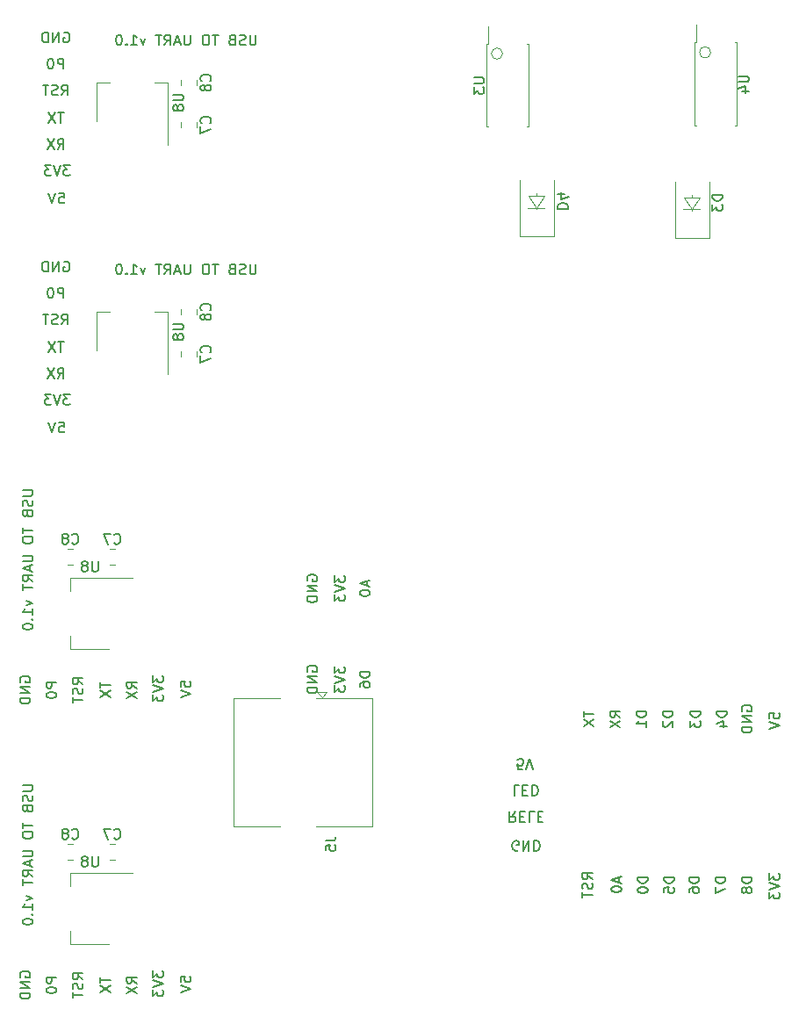
<source format=gbr>
%TF.GenerationSoftware,KiCad,Pcbnew,(5.1.7)-1*%
%TF.CreationDate,2021-02-24T10:57:43+01:00*%
%TF.ProjectId,Temperature-controller-with-ESP8266,54656d70-6572-4617-9475-72652d636f6e,rev?*%
%TF.SameCoordinates,Original*%
%TF.FileFunction,Legend,Bot*%
%TF.FilePolarity,Positive*%
%FSLAX46Y46*%
G04 Gerber Fmt 4.6, Leading zero omitted, Abs format (unit mm)*
G04 Created by KiCad (PCBNEW (5.1.7)-1) date 2021-02-24 10:57:43*
%MOMM*%
%LPD*%
G01*
G04 APERTURE LIST*
%ADD10C,0.150000*%
%ADD11C,0.120000*%
G04 APERTURE END LIST*
D10*
X95718380Y-116094714D02*
X96527904Y-116094714D01*
X96623142Y-116142333D01*
X96670761Y-116189952D01*
X96718380Y-116285190D01*
X96718380Y-116475666D01*
X96670761Y-116570904D01*
X96623142Y-116618523D01*
X96527904Y-116666142D01*
X95718380Y-116666142D01*
X96670761Y-117094714D02*
X96718380Y-117237571D01*
X96718380Y-117475666D01*
X96670761Y-117570904D01*
X96623142Y-117618523D01*
X96527904Y-117666142D01*
X96432666Y-117666142D01*
X96337428Y-117618523D01*
X96289809Y-117570904D01*
X96242190Y-117475666D01*
X96194571Y-117285190D01*
X96146952Y-117189952D01*
X96099333Y-117142333D01*
X96004095Y-117094714D01*
X95908857Y-117094714D01*
X95813619Y-117142333D01*
X95766000Y-117189952D01*
X95718380Y-117285190D01*
X95718380Y-117523285D01*
X95766000Y-117666142D01*
X96194571Y-118428047D02*
X96242190Y-118570904D01*
X96289809Y-118618523D01*
X96385047Y-118666142D01*
X96527904Y-118666142D01*
X96623142Y-118618523D01*
X96670761Y-118570904D01*
X96718380Y-118475666D01*
X96718380Y-118094714D01*
X95718380Y-118094714D01*
X95718380Y-118428047D01*
X95766000Y-118523285D01*
X95813619Y-118570904D01*
X95908857Y-118618523D01*
X96004095Y-118618523D01*
X96099333Y-118570904D01*
X96146952Y-118523285D01*
X96194571Y-118428047D01*
X96194571Y-118094714D01*
X95718380Y-119713761D02*
X95718380Y-120285190D01*
X96718380Y-119999476D02*
X95718380Y-119999476D01*
X95718380Y-120809000D02*
X95718380Y-120999476D01*
X95766000Y-121094714D01*
X95861238Y-121189952D01*
X96051714Y-121237571D01*
X96385047Y-121237571D01*
X96575523Y-121189952D01*
X96670761Y-121094714D01*
X96718380Y-120999476D01*
X96718380Y-120809000D01*
X96670761Y-120713761D01*
X96575523Y-120618523D01*
X96385047Y-120570904D01*
X96051714Y-120570904D01*
X95861238Y-120618523D01*
X95766000Y-120713761D01*
X95718380Y-120809000D01*
X95718380Y-122428047D02*
X96527904Y-122428047D01*
X96623142Y-122475666D01*
X96670761Y-122523285D01*
X96718380Y-122618523D01*
X96718380Y-122809000D01*
X96670761Y-122904238D01*
X96623142Y-122951857D01*
X96527904Y-122999476D01*
X95718380Y-122999476D01*
X96432666Y-123428047D02*
X96432666Y-123904238D01*
X96718380Y-123332809D02*
X95718380Y-123666142D01*
X96718380Y-123999476D01*
X96718380Y-124904238D02*
X96242190Y-124570904D01*
X96718380Y-124332809D02*
X95718380Y-124332809D01*
X95718380Y-124713761D01*
X95766000Y-124809000D01*
X95813619Y-124856619D01*
X95908857Y-124904238D01*
X96051714Y-124904238D01*
X96146952Y-124856619D01*
X96194571Y-124809000D01*
X96242190Y-124713761D01*
X96242190Y-124332809D01*
X95718380Y-125189952D02*
X95718380Y-125761380D01*
X96718380Y-125475666D02*
X95718380Y-125475666D01*
X96051714Y-126761380D02*
X96718380Y-126999476D01*
X96051714Y-127237571D01*
X96718380Y-128142333D02*
X96718380Y-127570904D01*
X96718380Y-127856619D02*
X95718380Y-127856619D01*
X95861238Y-127761380D01*
X95956476Y-127666142D01*
X96004095Y-127570904D01*
X96623142Y-128570904D02*
X96670761Y-128618523D01*
X96718380Y-128570904D01*
X96670761Y-128523285D01*
X96623142Y-128570904D01*
X96718380Y-128570904D01*
X95718380Y-129237571D02*
X95718380Y-129332809D01*
X95766000Y-129428047D01*
X95813619Y-129475666D01*
X95908857Y-129523285D01*
X96099333Y-129570904D01*
X96337428Y-129570904D01*
X96527904Y-129523285D01*
X96623142Y-129475666D01*
X96670761Y-129428047D01*
X96718380Y-129332809D01*
X96718380Y-129237571D01*
X96670761Y-129142333D01*
X96623142Y-129094714D01*
X96527904Y-129047095D01*
X96337428Y-128999476D01*
X96099333Y-128999476D01*
X95908857Y-129047095D01*
X95813619Y-129094714D01*
X95766000Y-129142333D01*
X95718380Y-129237571D01*
X99004380Y-134643904D02*
X98004380Y-134643904D01*
X98004380Y-135024857D01*
X98052000Y-135120095D01*
X98099619Y-135167714D01*
X98194857Y-135215333D01*
X98337714Y-135215333D01*
X98432952Y-135167714D01*
X98480571Y-135120095D01*
X98528190Y-135024857D01*
X98528190Y-134643904D01*
X98004380Y-135834380D02*
X98004380Y-135929619D01*
X98052000Y-136024857D01*
X98099619Y-136072476D01*
X98194857Y-136120095D01*
X98385333Y-136167714D01*
X98623428Y-136167714D01*
X98813904Y-136120095D01*
X98909142Y-136072476D01*
X98956761Y-136024857D01*
X99004380Y-135929619D01*
X99004380Y-135834380D01*
X98956761Y-135739142D01*
X98909142Y-135691523D01*
X98813904Y-135643904D01*
X98623428Y-135596285D01*
X98385333Y-135596285D01*
X98194857Y-135643904D01*
X98099619Y-135691523D01*
X98052000Y-135739142D01*
X98004380Y-135834380D01*
X103211380Y-134620095D02*
X103211380Y-135191523D01*
X104211380Y-134905809D02*
X103211380Y-134905809D01*
X103211380Y-135429619D02*
X104211380Y-136096285D01*
X103211380Y-136096285D02*
X104211380Y-135429619D01*
X106751380Y-135215333D02*
X106275190Y-134882000D01*
X106751380Y-134643904D02*
X105751380Y-134643904D01*
X105751380Y-135024857D01*
X105799000Y-135120095D01*
X105846619Y-135167714D01*
X105941857Y-135215333D01*
X106084714Y-135215333D01*
X106179952Y-135167714D01*
X106227571Y-135120095D01*
X106275190Y-135024857D01*
X106275190Y-134643904D01*
X105751380Y-135548666D02*
X106751380Y-136215333D01*
X105751380Y-136215333D02*
X106751380Y-135548666D01*
X110958380Y-135064523D02*
X110958380Y-134588333D01*
X111434571Y-134540714D01*
X111386952Y-134588333D01*
X111339333Y-134683571D01*
X111339333Y-134921666D01*
X111386952Y-135016904D01*
X111434571Y-135064523D01*
X111529809Y-135112142D01*
X111767904Y-135112142D01*
X111863142Y-135064523D01*
X111910761Y-135016904D01*
X111958380Y-134921666D01*
X111958380Y-134683571D01*
X111910761Y-134588333D01*
X111863142Y-134540714D01*
X110958380Y-135397857D02*
X111958380Y-135731190D01*
X110958380Y-136064523D01*
X101544380Y-134834380D02*
X101068190Y-134501047D01*
X101544380Y-134262952D02*
X100544380Y-134262952D01*
X100544380Y-134643904D01*
X100592000Y-134739142D01*
X100639619Y-134786761D01*
X100734857Y-134834380D01*
X100877714Y-134834380D01*
X100972952Y-134786761D01*
X101020571Y-134739142D01*
X101068190Y-134643904D01*
X101068190Y-134262952D01*
X101496761Y-135215333D02*
X101544380Y-135358190D01*
X101544380Y-135596285D01*
X101496761Y-135691523D01*
X101449142Y-135739142D01*
X101353904Y-135786761D01*
X101258666Y-135786761D01*
X101163428Y-135739142D01*
X101115809Y-135691523D01*
X101068190Y-135596285D01*
X101020571Y-135405809D01*
X100972952Y-135310571D01*
X100925333Y-135262952D01*
X100830095Y-135215333D01*
X100734857Y-135215333D01*
X100639619Y-135262952D01*
X100592000Y-135310571D01*
X100544380Y-135405809D01*
X100544380Y-135643904D01*
X100592000Y-135786761D01*
X100544380Y-136072476D02*
X100544380Y-136643904D01*
X101544380Y-136358190D02*
X100544380Y-136358190D01*
X95512000Y-134620095D02*
X95464380Y-134524857D01*
X95464380Y-134382000D01*
X95512000Y-134239142D01*
X95607238Y-134143904D01*
X95702476Y-134096285D01*
X95892952Y-134048666D01*
X96035809Y-134048666D01*
X96226285Y-134096285D01*
X96321523Y-134143904D01*
X96416761Y-134239142D01*
X96464380Y-134382000D01*
X96464380Y-134477238D01*
X96416761Y-134620095D01*
X96369142Y-134667714D01*
X96035809Y-134667714D01*
X96035809Y-134477238D01*
X96464380Y-135096285D02*
X95464380Y-135096285D01*
X96464380Y-135667714D01*
X95464380Y-135667714D01*
X96464380Y-136143904D02*
X95464380Y-136143904D01*
X95464380Y-136382000D01*
X95512000Y-136524857D01*
X95607238Y-136620095D01*
X95702476Y-136667714D01*
X95892952Y-136715333D01*
X96035809Y-136715333D01*
X96226285Y-136667714D01*
X96321523Y-136620095D01*
X96416761Y-136524857D01*
X96464380Y-136382000D01*
X96464380Y-136143904D01*
X108291380Y-134016904D02*
X108291380Y-134635952D01*
X108672333Y-134302619D01*
X108672333Y-134445476D01*
X108719952Y-134540714D01*
X108767571Y-134588333D01*
X108862809Y-134635952D01*
X109100904Y-134635952D01*
X109196142Y-134588333D01*
X109243761Y-134540714D01*
X109291380Y-134445476D01*
X109291380Y-134159761D01*
X109243761Y-134064523D01*
X109196142Y-134016904D01*
X108291380Y-134921666D02*
X109291380Y-135255000D01*
X108291380Y-135588333D01*
X108291380Y-135826428D02*
X108291380Y-136445476D01*
X108672333Y-136112142D01*
X108672333Y-136255000D01*
X108719952Y-136350238D01*
X108767571Y-136397857D01*
X108862809Y-136445476D01*
X109100904Y-136445476D01*
X109196142Y-136397857D01*
X109243761Y-136350238D01*
X109291380Y-136255000D01*
X109291380Y-135969285D01*
X109243761Y-135874047D01*
X109196142Y-135826428D01*
X95718380Y-87646714D02*
X96527904Y-87646714D01*
X96623142Y-87694333D01*
X96670761Y-87741952D01*
X96718380Y-87837190D01*
X96718380Y-88027666D01*
X96670761Y-88122904D01*
X96623142Y-88170523D01*
X96527904Y-88218142D01*
X95718380Y-88218142D01*
X96670761Y-88646714D02*
X96718380Y-88789571D01*
X96718380Y-89027666D01*
X96670761Y-89122904D01*
X96623142Y-89170523D01*
X96527904Y-89218142D01*
X96432666Y-89218142D01*
X96337428Y-89170523D01*
X96289809Y-89122904D01*
X96242190Y-89027666D01*
X96194571Y-88837190D01*
X96146952Y-88741952D01*
X96099333Y-88694333D01*
X96004095Y-88646714D01*
X95908857Y-88646714D01*
X95813619Y-88694333D01*
X95766000Y-88741952D01*
X95718380Y-88837190D01*
X95718380Y-89075285D01*
X95766000Y-89218142D01*
X96194571Y-89980047D02*
X96242190Y-90122904D01*
X96289809Y-90170523D01*
X96385047Y-90218142D01*
X96527904Y-90218142D01*
X96623142Y-90170523D01*
X96670761Y-90122904D01*
X96718380Y-90027666D01*
X96718380Y-89646714D01*
X95718380Y-89646714D01*
X95718380Y-89980047D01*
X95766000Y-90075285D01*
X95813619Y-90122904D01*
X95908857Y-90170523D01*
X96004095Y-90170523D01*
X96099333Y-90122904D01*
X96146952Y-90075285D01*
X96194571Y-89980047D01*
X96194571Y-89646714D01*
X95718380Y-91265761D02*
X95718380Y-91837190D01*
X96718380Y-91551476D02*
X95718380Y-91551476D01*
X95718380Y-92361000D02*
X95718380Y-92551476D01*
X95766000Y-92646714D01*
X95861238Y-92741952D01*
X96051714Y-92789571D01*
X96385047Y-92789571D01*
X96575523Y-92741952D01*
X96670761Y-92646714D01*
X96718380Y-92551476D01*
X96718380Y-92361000D01*
X96670761Y-92265761D01*
X96575523Y-92170523D01*
X96385047Y-92122904D01*
X96051714Y-92122904D01*
X95861238Y-92170523D01*
X95766000Y-92265761D01*
X95718380Y-92361000D01*
X95718380Y-93980047D02*
X96527904Y-93980047D01*
X96623142Y-94027666D01*
X96670761Y-94075285D01*
X96718380Y-94170523D01*
X96718380Y-94361000D01*
X96670761Y-94456238D01*
X96623142Y-94503857D01*
X96527904Y-94551476D01*
X95718380Y-94551476D01*
X96432666Y-94980047D02*
X96432666Y-95456238D01*
X96718380Y-94884809D02*
X95718380Y-95218142D01*
X96718380Y-95551476D01*
X96718380Y-96456238D02*
X96242190Y-96122904D01*
X96718380Y-95884809D02*
X95718380Y-95884809D01*
X95718380Y-96265761D01*
X95766000Y-96361000D01*
X95813619Y-96408619D01*
X95908857Y-96456238D01*
X96051714Y-96456238D01*
X96146952Y-96408619D01*
X96194571Y-96361000D01*
X96242190Y-96265761D01*
X96242190Y-95884809D01*
X95718380Y-96741952D02*
X95718380Y-97313380D01*
X96718380Y-97027666D02*
X95718380Y-97027666D01*
X96051714Y-98313380D02*
X96718380Y-98551476D01*
X96051714Y-98789571D01*
X96718380Y-99694333D02*
X96718380Y-99122904D01*
X96718380Y-99408619D02*
X95718380Y-99408619D01*
X95861238Y-99313380D01*
X95956476Y-99218142D01*
X96004095Y-99122904D01*
X96623142Y-100122904D02*
X96670761Y-100170523D01*
X96718380Y-100122904D01*
X96670761Y-100075285D01*
X96623142Y-100122904D01*
X96718380Y-100122904D01*
X95718380Y-100789571D02*
X95718380Y-100884809D01*
X95766000Y-100980047D01*
X95813619Y-101027666D01*
X95908857Y-101075285D01*
X96099333Y-101122904D01*
X96337428Y-101122904D01*
X96527904Y-101075285D01*
X96623142Y-101027666D01*
X96670761Y-100980047D01*
X96718380Y-100884809D01*
X96718380Y-100789571D01*
X96670761Y-100694333D01*
X96623142Y-100646714D01*
X96527904Y-100599095D01*
X96337428Y-100551476D01*
X96099333Y-100551476D01*
X95908857Y-100599095D01*
X95813619Y-100646714D01*
X95766000Y-100694333D01*
X95718380Y-100789571D01*
X99004380Y-106195904D02*
X98004380Y-106195904D01*
X98004380Y-106576857D01*
X98052000Y-106672095D01*
X98099619Y-106719714D01*
X98194857Y-106767333D01*
X98337714Y-106767333D01*
X98432952Y-106719714D01*
X98480571Y-106672095D01*
X98528190Y-106576857D01*
X98528190Y-106195904D01*
X98004380Y-107386380D02*
X98004380Y-107481619D01*
X98052000Y-107576857D01*
X98099619Y-107624476D01*
X98194857Y-107672095D01*
X98385333Y-107719714D01*
X98623428Y-107719714D01*
X98813904Y-107672095D01*
X98909142Y-107624476D01*
X98956761Y-107576857D01*
X99004380Y-107481619D01*
X99004380Y-107386380D01*
X98956761Y-107291142D01*
X98909142Y-107243523D01*
X98813904Y-107195904D01*
X98623428Y-107148285D01*
X98385333Y-107148285D01*
X98194857Y-107195904D01*
X98099619Y-107243523D01*
X98052000Y-107291142D01*
X98004380Y-107386380D01*
X103211380Y-106172095D02*
X103211380Y-106743523D01*
X104211380Y-106457809D02*
X103211380Y-106457809D01*
X103211380Y-106981619D02*
X104211380Y-107648285D01*
X103211380Y-107648285D02*
X104211380Y-106981619D01*
X106751380Y-106767333D02*
X106275190Y-106434000D01*
X106751380Y-106195904D02*
X105751380Y-106195904D01*
X105751380Y-106576857D01*
X105799000Y-106672095D01*
X105846619Y-106719714D01*
X105941857Y-106767333D01*
X106084714Y-106767333D01*
X106179952Y-106719714D01*
X106227571Y-106672095D01*
X106275190Y-106576857D01*
X106275190Y-106195904D01*
X105751380Y-107100666D02*
X106751380Y-107767333D01*
X105751380Y-107767333D02*
X106751380Y-107100666D01*
X110958380Y-106616523D02*
X110958380Y-106140333D01*
X111434571Y-106092714D01*
X111386952Y-106140333D01*
X111339333Y-106235571D01*
X111339333Y-106473666D01*
X111386952Y-106568904D01*
X111434571Y-106616523D01*
X111529809Y-106664142D01*
X111767904Y-106664142D01*
X111863142Y-106616523D01*
X111910761Y-106568904D01*
X111958380Y-106473666D01*
X111958380Y-106235571D01*
X111910761Y-106140333D01*
X111863142Y-106092714D01*
X110958380Y-106949857D02*
X111958380Y-107283190D01*
X110958380Y-107616523D01*
X101544380Y-106386380D02*
X101068190Y-106053047D01*
X101544380Y-105814952D02*
X100544380Y-105814952D01*
X100544380Y-106195904D01*
X100592000Y-106291142D01*
X100639619Y-106338761D01*
X100734857Y-106386380D01*
X100877714Y-106386380D01*
X100972952Y-106338761D01*
X101020571Y-106291142D01*
X101068190Y-106195904D01*
X101068190Y-105814952D01*
X101496761Y-106767333D02*
X101544380Y-106910190D01*
X101544380Y-107148285D01*
X101496761Y-107243523D01*
X101449142Y-107291142D01*
X101353904Y-107338761D01*
X101258666Y-107338761D01*
X101163428Y-107291142D01*
X101115809Y-107243523D01*
X101068190Y-107148285D01*
X101020571Y-106957809D01*
X100972952Y-106862571D01*
X100925333Y-106814952D01*
X100830095Y-106767333D01*
X100734857Y-106767333D01*
X100639619Y-106814952D01*
X100592000Y-106862571D01*
X100544380Y-106957809D01*
X100544380Y-107195904D01*
X100592000Y-107338761D01*
X100544380Y-107624476D02*
X100544380Y-108195904D01*
X101544380Y-107910190D02*
X100544380Y-107910190D01*
X95512000Y-106172095D02*
X95464380Y-106076857D01*
X95464380Y-105934000D01*
X95512000Y-105791142D01*
X95607238Y-105695904D01*
X95702476Y-105648285D01*
X95892952Y-105600666D01*
X96035809Y-105600666D01*
X96226285Y-105648285D01*
X96321523Y-105695904D01*
X96416761Y-105791142D01*
X96464380Y-105934000D01*
X96464380Y-106029238D01*
X96416761Y-106172095D01*
X96369142Y-106219714D01*
X96035809Y-106219714D01*
X96035809Y-106029238D01*
X96464380Y-106648285D02*
X95464380Y-106648285D01*
X96464380Y-107219714D01*
X95464380Y-107219714D01*
X96464380Y-107695904D02*
X95464380Y-107695904D01*
X95464380Y-107934000D01*
X95512000Y-108076857D01*
X95607238Y-108172095D01*
X95702476Y-108219714D01*
X95892952Y-108267333D01*
X96035809Y-108267333D01*
X96226285Y-108219714D01*
X96321523Y-108172095D01*
X96416761Y-108076857D01*
X96464380Y-107934000D01*
X96464380Y-107695904D01*
X108291380Y-105568904D02*
X108291380Y-106187952D01*
X108672333Y-105854619D01*
X108672333Y-105997476D01*
X108719952Y-106092714D01*
X108767571Y-106140333D01*
X108862809Y-106187952D01*
X109100904Y-106187952D01*
X109196142Y-106140333D01*
X109243761Y-106092714D01*
X109291380Y-105997476D01*
X109291380Y-105711761D01*
X109243761Y-105616523D01*
X109196142Y-105568904D01*
X108291380Y-106473666D02*
X109291380Y-106807000D01*
X108291380Y-107140333D01*
X108291380Y-107378428D02*
X108291380Y-107997476D01*
X108672333Y-107664142D01*
X108672333Y-107807000D01*
X108719952Y-107902238D01*
X108767571Y-107949857D01*
X108862809Y-107997476D01*
X109100904Y-107997476D01*
X109196142Y-107949857D01*
X109243761Y-107902238D01*
X109291380Y-107807000D01*
X109291380Y-107521285D01*
X109243761Y-107426047D01*
X109196142Y-107378428D01*
X118220285Y-65873380D02*
X118220285Y-66682904D01*
X118172666Y-66778142D01*
X118125047Y-66825761D01*
X118029809Y-66873380D01*
X117839333Y-66873380D01*
X117744095Y-66825761D01*
X117696476Y-66778142D01*
X117648857Y-66682904D01*
X117648857Y-65873380D01*
X117220285Y-66825761D02*
X117077428Y-66873380D01*
X116839333Y-66873380D01*
X116744095Y-66825761D01*
X116696476Y-66778142D01*
X116648857Y-66682904D01*
X116648857Y-66587666D01*
X116696476Y-66492428D01*
X116744095Y-66444809D01*
X116839333Y-66397190D01*
X117029809Y-66349571D01*
X117125047Y-66301952D01*
X117172666Y-66254333D01*
X117220285Y-66159095D01*
X117220285Y-66063857D01*
X117172666Y-65968619D01*
X117125047Y-65921000D01*
X117029809Y-65873380D01*
X116791714Y-65873380D01*
X116648857Y-65921000D01*
X115886952Y-66349571D02*
X115744095Y-66397190D01*
X115696476Y-66444809D01*
X115648857Y-66540047D01*
X115648857Y-66682904D01*
X115696476Y-66778142D01*
X115744095Y-66825761D01*
X115839333Y-66873380D01*
X116220285Y-66873380D01*
X116220285Y-65873380D01*
X115886952Y-65873380D01*
X115791714Y-65921000D01*
X115744095Y-65968619D01*
X115696476Y-66063857D01*
X115696476Y-66159095D01*
X115744095Y-66254333D01*
X115791714Y-66301952D01*
X115886952Y-66349571D01*
X116220285Y-66349571D01*
X114601238Y-65873380D02*
X114029809Y-65873380D01*
X114315523Y-66873380D02*
X114315523Y-65873380D01*
X113506000Y-65873380D02*
X113315523Y-65873380D01*
X113220285Y-65921000D01*
X113125047Y-66016238D01*
X113077428Y-66206714D01*
X113077428Y-66540047D01*
X113125047Y-66730523D01*
X113220285Y-66825761D01*
X113315523Y-66873380D01*
X113506000Y-66873380D01*
X113601238Y-66825761D01*
X113696476Y-66730523D01*
X113744095Y-66540047D01*
X113744095Y-66206714D01*
X113696476Y-66016238D01*
X113601238Y-65921000D01*
X113506000Y-65873380D01*
X111886952Y-65873380D02*
X111886952Y-66682904D01*
X111839333Y-66778142D01*
X111791714Y-66825761D01*
X111696476Y-66873380D01*
X111506000Y-66873380D01*
X111410761Y-66825761D01*
X111363142Y-66778142D01*
X111315523Y-66682904D01*
X111315523Y-65873380D01*
X110886952Y-66587666D02*
X110410761Y-66587666D01*
X110982190Y-66873380D02*
X110648857Y-65873380D01*
X110315523Y-66873380D01*
X109410761Y-66873380D02*
X109744095Y-66397190D01*
X109982190Y-66873380D02*
X109982190Y-65873380D01*
X109601238Y-65873380D01*
X109506000Y-65921000D01*
X109458380Y-65968619D01*
X109410761Y-66063857D01*
X109410761Y-66206714D01*
X109458380Y-66301952D01*
X109506000Y-66349571D01*
X109601238Y-66397190D01*
X109982190Y-66397190D01*
X109125047Y-65873380D02*
X108553619Y-65873380D01*
X108839333Y-66873380D02*
X108839333Y-65873380D01*
X107553619Y-66206714D02*
X107315523Y-66873380D01*
X107077428Y-66206714D01*
X106172666Y-66873380D02*
X106744095Y-66873380D01*
X106458380Y-66873380D02*
X106458380Y-65873380D01*
X106553619Y-66016238D01*
X106648857Y-66111476D01*
X106744095Y-66159095D01*
X105744095Y-66778142D02*
X105696476Y-66825761D01*
X105744095Y-66873380D01*
X105791714Y-66825761D01*
X105744095Y-66778142D01*
X105744095Y-66873380D01*
X105077428Y-65873380D02*
X104982190Y-65873380D01*
X104886952Y-65921000D01*
X104839333Y-65968619D01*
X104791714Y-66063857D01*
X104744095Y-66254333D01*
X104744095Y-66492428D01*
X104791714Y-66682904D01*
X104839333Y-66778142D01*
X104886952Y-66825761D01*
X104982190Y-66873380D01*
X105077428Y-66873380D01*
X105172666Y-66825761D01*
X105220285Y-66778142D01*
X105267904Y-66682904D01*
X105315523Y-66492428D01*
X105315523Y-66254333D01*
X105267904Y-66063857D01*
X105220285Y-65968619D01*
X105172666Y-65921000D01*
X105077428Y-65873380D01*
X99671095Y-69159380D02*
X99671095Y-68159380D01*
X99290142Y-68159380D01*
X99194904Y-68207000D01*
X99147285Y-68254619D01*
X99099666Y-68349857D01*
X99099666Y-68492714D01*
X99147285Y-68587952D01*
X99194904Y-68635571D01*
X99290142Y-68683190D01*
X99671095Y-68683190D01*
X98480619Y-68159380D02*
X98385380Y-68159380D01*
X98290142Y-68207000D01*
X98242523Y-68254619D01*
X98194904Y-68349857D01*
X98147285Y-68540333D01*
X98147285Y-68778428D01*
X98194904Y-68968904D01*
X98242523Y-69064142D01*
X98290142Y-69111761D01*
X98385380Y-69159380D01*
X98480619Y-69159380D01*
X98575857Y-69111761D01*
X98623476Y-69064142D01*
X98671095Y-68968904D01*
X98718714Y-68778428D01*
X98718714Y-68540333D01*
X98671095Y-68349857D01*
X98623476Y-68254619D01*
X98575857Y-68207000D01*
X98480619Y-68159380D01*
X99694904Y-73366380D02*
X99123476Y-73366380D01*
X99409190Y-74366380D02*
X99409190Y-73366380D01*
X98885380Y-73366380D02*
X98218714Y-74366380D01*
X98218714Y-73366380D02*
X98885380Y-74366380D01*
X99099666Y-76906380D02*
X99433000Y-76430190D01*
X99671095Y-76906380D02*
X99671095Y-75906380D01*
X99290142Y-75906380D01*
X99194904Y-75954000D01*
X99147285Y-76001619D01*
X99099666Y-76096857D01*
X99099666Y-76239714D01*
X99147285Y-76334952D01*
X99194904Y-76382571D01*
X99290142Y-76430190D01*
X99671095Y-76430190D01*
X98766333Y-75906380D02*
X98099666Y-76906380D01*
X98099666Y-75906380D02*
X98766333Y-76906380D01*
X99250476Y-81113380D02*
X99726666Y-81113380D01*
X99774285Y-81589571D01*
X99726666Y-81541952D01*
X99631428Y-81494333D01*
X99393333Y-81494333D01*
X99298095Y-81541952D01*
X99250476Y-81589571D01*
X99202857Y-81684809D01*
X99202857Y-81922904D01*
X99250476Y-82018142D01*
X99298095Y-82065761D01*
X99393333Y-82113380D01*
X99631428Y-82113380D01*
X99726666Y-82065761D01*
X99774285Y-82018142D01*
X98917142Y-81113380D02*
X98583809Y-82113380D01*
X98250476Y-81113380D01*
X99480619Y-71699380D02*
X99813952Y-71223190D01*
X100052047Y-71699380D02*
X100052047Y-70699380D01*
X99671095Y-70699380D01*
X99575857Y-70747000D01*
X99528238Y-70794619D01*
X99480619Y-70889857D01*
X99480619Y-71032714D01*
X99528238Y-71127952D01*
X99575857Y-71175571D01*
X99671095Y-71223190D01*
X100052047Y-71223190D01*
X99099666Y-71651761D02*
X98956809Y-71699380D01*
X98718714Y-71699380D01*
X98623476Y-71651761D01*
X98575857Y-71604142D01*
X98528238Y-71508904D01*
X98528238Y-71413666D01*
X98575857Y-71318428D01*
X98623476Y-71270809D01*
X98718714Y-71223190D01*
X98909190Y-71175571D01*
X99004428Y-71127952D01*
X99052047Y-71080333D01*
X99099666Y-70985095D01*
X99099666Y-70889857D01*
X99052047Y-70794619D01*
X99004428Y-70747000D01*
X98909190Y-70699380D01*
X98671095Y-70699380D01*
X98528238Y-70747000D01*
X98242523Y-70699380D02*
X97671095Y-70699380D01*
X97956809Y-71699380D02*
X97956809Y-70699380D01*
X99694904Y-65667000D02*
X99790142Y-65619380D01*
X99933000Y-65619380D01*
X100075857Y-65667000D01*
X100171095Y-65762238D01*
X100218714Y-65857476D01*
X100266333Y-66047952D01*
X100266333Y-66190809D01*
X100218714Y-66381285D01*
X100171095Y-66476523D01*
X100075857Y-66571761D01*
X99933000Y-66619380D01*
X99837761Y-66619380D01*
X99694904Y-66571761D01*
X99647285Y-66524142D01*
X99647285Y-66190809D01*
X99837761Y-66190809D01*
X99218714Y-66619380D02*
X99218714Y-65619380D01*
X98647285Y-66619380D01*
X98647285Y-65619380D01*
X98171095Y-66619380D02*
X98171095Y-65619380D01*
X97933000Y-65619380D01*
X97790142Y-65667000D01*
X97694904Y-65762238D01*
X97647285Y-65857476D01*
X97599666Y-66047952D01*
X97599666Y-66190809D01*
X97647285Y-66381285D01*
X97694904Y-66476523D01*
X97790142Y-66571761D01*
X97933000Y-66619380D01*
X98171095Y-66619380D01*
X100298095Y-78446380D02*
X99679047Y-78446380D01*
X100012380Y-78827333D01*
X99869523Y-78827333D01*
X99774285Y-78874952D01*
X99726666Y-78922571D01*
X99679047Y-79017809D01*
X99679047Y-79255904D01*
X99726666Y-79351142D01*
X99774285Y-79398761D01*
X99869523Y-79446380D01*
X100155238Y-79446380D01*
X100250476Y-79398761D01*
X100298095Y-79351142D01*
X99393333Y-78446380D02*
X99060000Y-79446380D01*
X98726666Y-78446380D01*
X98488571Y-78446380D02*
X97869523Y-78446380D01*
X98202857Y-78827333D01*
X98060000Y-78827333D01*
X97964761Y-78874952D01*
X97917142Y-78922571D01*
X97869523Y-79017809D01*
X97869523Y-79255904D01*
X97917142Y-79351142D01*
X97964761Y-79398761D01*
X98060000Y-79446380D01*
X98345714Y-79446380D01*
X98440952Y-79398761D01*
X98488571Y-79351142D01*
X118220285Y-43775380D02*
X118220285Y-44584904D01*
X118172666Y-44680142D01*
X118125047Y-44727761D01*
X118029809Y-44775380D01*
X117839333Y-44775380D01*
X117744095Y-44727761D01*
X117696476Y-44680142D01*
X117648857Y-44584904D01*
X117648857Y-43775380D01*
X117220285Y-44727761D02*
X117077428Y-44775380D01*
X116839333Y-44775380D01*
X116744095Y-44727761D01*
X116696476Y-44680142D01*
X116648857Y-44584904D01*
X116648857Y-44489666D01*
X116696476Y-44394428D01*
X116744095Y-44346809D01*
X116839333Y-44299190D01*
X117029809Y-44251571D01*
X117125047Y-44203952D01*
X117172666Y-44156333D01*
X117220285Y-44061095D01*
X117220285Y-43965857D01*
X117172666Y-43870619D01*
X117125047Y-43823000D01*
X117029809Y-43775380D01*
X116791714Y-43775380D01*
X116648857Y-43823000D01*
X115886952Y-44251571D02*
X115744095Y-44299190D01*
X115696476Y-44346809D01*
X115648857Y-44442047D01*
X115648857Y-44584904D01*
X115696476Y-44680142D01*
X115744095Y-44727761D01*
X115839333Y-44775380D01*
X116220285Y-44775380D01*
X116220285Y-43775380D01*
X115886952Y-43775380D01*
X115791714Y-43823000D01*
X115744095Y-43870619D01*
X115696476Y-43965857D01*
X115696476Y-44061095D01*
X115744095Y-44156333D01*
X115791714Y-44203952D01*
X115886952Y-44251571D01*
X116220285Y-44251571D01*
X114601238Y-43775380D02*
X114029809Y-43775380D01*
X114315523Y-44775380D02*
X114315523Y-43775380D01*
X113506000Y-43775380D02*
X113315523Y-43775380D01*
X113220285Y-43823000D01*
X113125047Y-43918238D01*
X113077428Y-44108714D01*
X113077428Y-44442047D01*
X113125047Y-44632523D01*
X113220285Y-44727761D01*
X113315523Y-44775380D01*
X113506000Y-44775380D01*
X113601238Y-44727761D01*
X113696476Y-44632523D01*
X113744095Y-44442047D01*
X113744095Y-44108714D01*
X113696476Y-43918238D01*
X113601238Y-43823000D01*
X113506000Y-43775380D01*
X111886952Y-43775380D02*
X111886952Y-44584904D01*
X111839333Y-44680142D01*
X111791714Y-44727761D01*
X111696476Y-44775380D01*
X111506000Y-44775380D01*
X111410761Y-44727761D01*
X111363142Y-44680142D01*
X111315523Y-44584904D01*
X111315523Y-43775380D01*
X110886952Y-44489666D02*
X110410761Y-44489666D01*
X110982190Y-44775380D02*
X110648857Y-43775380D01*
X110315523Y-44775380D01*
X109410761Y-44775380D02*
X109744095Y-44299190D01*
X109982190Y-44775380D02*
X109982190Y-43775380D01*
X109601238Y-43775380D01*
X109506000Y-43823000D01*
X109458380Y-43870619D01*
X109410761Y-43965857D01*
X109410761Y-44108714D01*
X109458380Y-44203952D01*
X109506000Y-44251571D01*
X109601238Y-44299190D01*
X109982190Y-44299190D01*
X109125047Y-43775380D02*
X108553619Y-43775380D01*
X108839333Y-44775380D02*
X108839333Y-43775380D01*
X107553619Y-44108714D02*
X107315523Y-44775380D01*
X107077428Y-44108714D01*
X106172666Y-44775380D02*
X106744095Y-44775380D01*
X106458380Y-44775380D02*
X106458380Y-43775380D01*
X106553619Y-43918238D01*
X106648857Y-44013476D01*
X106744095Y-44061095D01*
X105744095Y-44680142D02*
X105696476Y-44727761D01*
X105744095Y-44775380D01*
X105791714Y-44727761D01*
X105744095Y-44680142D01*
X105744095Y-44775380D01*
X105077428Y-43775380D02*
X104982190Y-43775380D01*
X104886952Y-43823000D01*
X104839333Y-43870619D01*
X104791714Y-43965857D01*
X104744095Y-44156333D01*
X104744095Y-44394428D01*
X104791714Y-44584904D01*
X104839333Y-44680142D01*
X104886952Y-44727761D01*
X104982190Y-44775380D01*
X105077428Y-44775380D01*
X105172666Y-44727761D01*
X105220285Y-44680142D01*
X105267904Y-44584904D01*
X105315523Y-44394428D01*
X105315523Y-44156333D01*
X105267904Y-43965857D01*
X105220285Y-43870619D01*
X105172666Y-43823000D01*
X105077428Y-43775380D01*
X99671095Y-47061380D02*
X99671095Y-46061380D01*
X99290142Y-46061380D01*
X99194904Y-46109000D01*
X99147285Y-46156619D01*
X99099666Y-46251857D01*
X99099666Y-46394714D01*
X99147285Y-46489952D01*
X99194904Y-46537571D01*
X99290142Y-46585190D01*
X99671095Y-46585190D01*
X98480619Y-46061380D02*
X98385380Y-46061380D01*
X98290142Y-46109000D01*
X98242523Y-46156619D01*
X98194904Y-46251857D01*
X98147285Y-46442333D01*
X98147285Y-46680428D01*
X98194904Y-46870904D01*
X98242523Y-46966142D01*
X98290142Y-47013761D01*
X98385380Y-47061380D01*
X98480619Y-47061380D01*
X98575857Y-47013761D01*
X98623476Y-46966142D01*
X98671095Y-46870904D01*
X98718714Y-46680428D01*
X98718714Y-46442333D01*
X98671095Y-46251857D01*
X98623476Y-46156619D01*
X98575857Y-46109000D01*
X98480619Y-46061380D01*
X99694904Y-51268380D02*
X99123476Y-51268380D01*
X99409190Y-52268380D02*
X99409190Y-51268380D01*
X98885380Y-51268380D02*
X98218714Y-52268380D01*
X98218714Y-51268380D02*
X98885380Y-52268380D01*
X100298095Y-56348380D02*
X99679047Y-56348380D01*
X100012380Y-56729333D01*
X99869523Y-56729333D01*
X99774285Y-56776952D01*
X99726666Y-56824571D01*
X99679047Y-56919809D01*
X99679047Y-57157904D01*
X99726666Y-57253142D01*
X99774285Y-57300761D01*
X99869523Y-57348380D01*
X100155238Y-57348380D01*
X100250476Y-57300761D01*
X100298095Y-57253142D01*
X99393333Y-56348380D02*
X99060000Y-57348380D01*
X98726666Y-56348380D01*
X98488571Y-56348380D02*
X97869523Y-56348380D01*
X98202857Y-56729333D01*
X98060000Y-56729333D01*
X97964761Y-56776952D01*
X97917142Y-56824571D01*
X97869523Y-56919809D01*
X97869523Y-57157904D01*
X97917142Y-57253142D01*
X97964761Y-57300761D01*
X98060000Y-57348380D01*
X98345714Y-57348380D01*
X98440952Y-57300761D01*
X98488571Y-57253142D01*
X99099666Y-54808380D02*
X99433000Y-54332190D01*
X99671095Y-54808380D02*
X99671095Y-53808380D01*
X99290142Y-53808380D01*
X99194904Y-53856000D01*
X99147285Y-53903619D01*
X99099666Y-53998857D01*
X99099666Y-54141714D01*
X99147285Y-54236952D01*
X99194904Y-54284571D01*
X99290142Y-54332190D01*
X99671095Y-54332190D01*
X98766333Y-53808380D02*
X98099666Y-54808380D01*
X98099666Y-53808380D02*
X98766333Y-54808380D01*
X99250476Y-59015380D02*
X99726666Y-59015380D01*
X99774285Y-59491571D01*
X99726666Y-59443952D01*
X99631428Y-59396333D01*
X99393333Y-59396333D01*
X99298095Y-59443952D01*
X99250476Y-59491571D01*
X99202857Y-59586809D01*
X99202857Y-59824904D01*
X99250476Y-59920142D01*
X99298095Y-59967761D01*
X99393333Y-60015380D01*
X99631428Y-60015380D01*
X99726666Y-59967761D01*
X99774285Y-59920142D01*
X98917142Y-59015380D02*
X98583809Y-60015380D01*
X98250476Y-59015380D01*
X99480619Y-49601380D02*
X99813952Y-49125190D01*
X100052047Y-49601380D02*
X100052047Y-48601380D01*
X99671095Y-48601380D01*
X99575857Y-48649000D01*
X99528238Y-48696619D01*
X99480619Y-48791857D01*
X99480619Y-48934714D01*
X99528238Y-49029952D01*
X99575857Y-49077571D01*
X99671095Y-49125190D01*
X100052047Y-49125190D01*
X99099666Y-49553761D02*
X98956809Y-49601380D01*
X98718714Y-49601380D01*
X98623476Y-49553761D01*
X98575857Y-49506142D01*
X98528238Y-49410904D01*
X98528238Y-49315666D01*
X98575857Y-49220428D01*
X98623476Y-49172809D01*
X98718714Y-49125190D01*
X98909190Y-49077571D01*
X99004428Y-49029952D01*
X99052047Y-48982333D01*
X99099666Y-48887095D01*
X99099666Y-48791857D01*
X99052047Y-48696619D01*
X99004428Y-48649000D01*
X98909190Y-48601380D01*
X98671095Y-48601380D01*
X98528238Y-48649000D01*
X98242523Y-48601380D02*
X97671095Y-48601380D01*
X97956809Y-49601380D02*
X97956809Y-48601380D01*
X99694904Y-43569000D02*
X99790142Y-43521380D01*
X99933000Y-43521380D01*
X100075857Y-43569000D01*
X100171095Y-43664238D01*
X100218714Y-43759476D01*
X100266333Y-43949952D01*
X100266333Y-44092809D01*
X100218714Y-44283285D01*
X100171095Y-44378523D01*
X100075857Y-44473761D01*
X99933000Y-44521380D01*
X99837761Y-44521380D01*
X99694904Y-44473761D01*
X99647285Y-44426142D01*
X99647285Y-44092809D01*
X99837761Y-44092809D01*
X99218714Y-44521380D02*
X99218714Y-43521380D01*
X98647285Y-44521380D01*
X98647285Y-43521380D01*
X98171095Y-44521380D02*
X98171095Y-43521380D01*
X97933000Y-43521380D01*
X97790142Y-43569000D01*
X97694904Y-43664238D01*
X97647285Y-43759476D01*
X97599666Y-43949952D01*
X97599666Y-44092809D01*
X97647285Y-44283285D01*
X97694904Y-44378523D01*
X97790142Y-44473761D01*
X97933000Y-44521380D01*
X98171095Y-44521380D01*
X123198000Y-96393095D02*
X123150380Y-96297857D01*
X123150380Y-96155000D01*
X123198000Y-96012142D01*
X123293238Y-95916904D01*
X123388476Y-95869285D01*
X123578952Y-95821666D01*
X123721809Y-95821666D01*
X123912285Y-95869285D01*
X124007523Y-95916904D01*
X124102761Y-96012142D01*
X124150380Y-96155000D01*
X124150380Y-96250238D01*
X124102761Y-96393095D01*
X124055142Y-96440714D01*
X123721809Y-96440714D01*
X123721809Y-96250238D01*
X124150380Y-96869285D02*
X123150380Y-96869285D01*
X124150380Y-97440714D01*
X123150380Y-97440714D01*
X124150380Y-97916904D02*
X123150380Y-97916904D01*
X123150380Y-98155000D01*
X123198000Y-98297857D01*
X123293238Y-98393095D01*
X123388476Y-98440714D01*
X123578952Y-98488333D01*
X123721809Y-98488333D01*
X123912285Y-98440714D01*
X124007523Y-98393095D01*
X124102761Y-98297857D01*
X124150380Y-98155000D01*
X124150380Y-97916904D01*
X125817380Y-95916904D02*
X125817380Y-96535952D01*
X126198333Y-96202619D01*
X126198333Y-96345476D01*
X126245952Y-96440714D01*
X126293571Y-96488333D01*
X126388809Y-96535952D01*
X126626904Y-96535952D01*
X126722142Y-96488333D01*
X126769761Y-96440714D01*
X126817380Y-96345476D01*
X126817380Y-96059761D01*
X126769761Y-95964523D01*
X126722142Y-95916904D01*
X125817380Y-96821666D02*
X126817380Y-97155000D01*
X125817380Y-97488333D01*
X125817380Y-97726428D02*
X125817380Y-98345476D01*
X126198333Y-98012142D01*
X126198333Y-98155000D01*
X126245952Y-98250238D01*
X126293571Y-98297857D01*
X126388809Y-98345476D01*
X126626904Y-98345476D01*
X126722142Y-98297857D01*
X126769761Y-98250238D01*
X126817380Y-98155000D01*
X126817380Y-97869285D01*
X126769761Y-97774047D01*
X126722142Y-97726428D01*
X128944666Y-96440714D02*
X128944666Y-96916904D01*
X129230380Y-96345476D02*
X128230380Y-96678809D01*
X129230380Y-97012142D01*
X128230380Y-97535952D02*
X128230380Y-97631190D01*
X128278000Y-97726428D01*
X128325619Y-97774047D01*
X128420857Y-97821666D01*
X128611333Y-97869285D01*
X128849428Y-97869285D01*
X129039904Y-97821666D01*
X129135142Y-97774047D01*
X129182761Y-97726428D01*
X129230380Y-97631190D01*
X129230380Y-97535952D01*
X129182761Y-97440714D01*
X129135142Y-97393095D01*
X129039904Y-97345476D01*
X128849428Y-97297857D01*
X128611333Y-97297857D01*
X128420857Y-97345476D01*
X128325619Y-97393095D01*
X128278000Y-97440714D01*
X128230380Y-97535952D01*
X125817380Y-104679904D02*
X125817380Y-105298952D01*
X126198333Y-104965619D01*
X126198333Y-105108476D01*
X126245952Y-105203714D01*
X126293571Y-105251333D01*
X126388809Y-105298952D01*
X126626904Y-105298952D01*
X126722142Y-105251333D01*
X126769761Y-105203714D01*
X126817380Y-105108476D01*
X126817380Y-104822761D01*
X126769761Y-104727523D01*
X126722142Y-104679904D01*
X125817380Y-105584666D02*
X126817380Y-105918000D01*
X125817380Y-106251333D01*
X125817380Y-106489428D02*
X125817380Y-107108476D01*
X126198333Y-106775142D01*
X126198333Y-106918000D01*
X126245952Y-107013238D01*
X126293571Y-107060857D01*
X126388809Y-107108476D01*
X126626904Y-107108476D01*
X126722142Y-107060857D01*
X126769761Y-107013238D01*
X126817380Y-106918000D01*
X126817380Y-106632285D01*
X126769761Y-106537047D01*
X126722142Y-106489428D01*
X123198000Y-105156095D02*
X123150380Y-105060857D01*
X123150380Y-104918000D01*
X123198000Y-104775142D01*
X123293238Y-104679904D01*
X123388476Y-104632285D01*
X123578952Y-104584666D01*
X123721809Y-104584666D01*
X123912285Y-104632285D01*
X124007523Y-104679904D01*
X124102761Y-104775142D01*
X124150380Y-104918000D01*
X124150380Y-105013238D01*
X124102761Y-105156095D01*
X124055142Y-105203714D01*
X123721809Y-105203714D01*
X123721809Y-105013238D01*
X124150380Y-105632285D02*
X123150380Y-105632285D01*
X124150380Y-106203714D01*
X123150380Y-106203714D01*
X124150380Y-106679904D02*
X123150380Y-106679904D01*
X123150380Y-106918000D01*
X123198000Y-107060857D01*
X123293238Y-107156095D01*
X123388476Y-107203714D01*
X123578952Y-107251333D01*
X123721809Y-107251333D01*
X123912285Y-107203714D01*
X124007523Y-107156095D01*
X124102761Y-107060857D01*
X124150380Y-106918000D01*
X124150380Y-106679904D01*
X129230380Y-105179904D02*
X128230380Y-105179904D01*
X128230380Y-105418000D01*
X128278000Y-105560857D01*
X128373238Y-105656095D01*
X128468476Y-105703714D01*
X128658952Y-105751333D01*
X128801809Y-105751333D01*
X128992285Y-105703714D01*
X129087523Y-105656095D01*
X129182761Y-105560857D01*
X129230380Y-105418000D01*
X129230380Y-105179904D01*
X128230380Y-106608476D02*
X128230380Y-106418000D01*
X128278000Y-106322761D01*
X128325619Y-106275142D01*
X128468476Y-106179904D01*
X128658952Y-106132285D01*
X129039904Y-106132285D01*
X129135142Y-106179904D01*
X129182761Y-106227523D01*
X129230380Y-106322761D01*
X129230380Y-106513238D01*
X129182761Y-106608476D01*
X129135142Y-106656095D01*
X129039904Y-106703714D01*
X128801809Y-106703714D01*
X128706571Y-106656095D01*
X128658952Y-106608476D01*
X128611333Y-106513238D01*
X128611333Y-106322761D01*
X128658952Y-106227523D01*
X128706571Y-106179904D01*
X128801809Y-106132285D01*
X143954523Y-114593619D02*
X143478333Y-114593619D01*
X143430714Y-114117428D01*
X143478333Y-114165047D01*
X143573571Y-114212666D01*
X143811666Y-114212666D01*
X143906904Y-114165047D01*
X143954523Y-114117428D01*
X144002142Y-114022190D01*
X144002142Y-113784095D01*
X143954523Y-113688857D01*
X143906904Y-113641238D01*
X143811666Y-113593619D01*
X143573571Y-113593619D01*
X143478333Y-113641238D01*
X143430714Y-113688857D01*
X144287857Y-114593619D02*
X144621190Y-113593619D01*
X144954523Y-114593619D01*
X143629142Y-116133619D02*
X143152952Y-116133619D01*
X143152952Y-117133619D01*
X143962476Y-116657428D02*
X144295809Y-116657428D01*
X144438666Y-116133619D02*
X143962476Y-116133619D01*
X143962476Y-117133619D01*
X144438666Y-117133619D01*
X144867238Y-116133619D02*
X144867238Y-117133619D01*
X145105333Y-117133619D01*
X145248190Y-117086000D01*
X145343428Y-116990761D01*
X145391047Y-116895523D01*
X145438666Y-116705047D01*
X145438666Y-116562190D01*
X145391047Y-116371714D01*
X145343428Y-116276476D01*
X145248190Y-116181238D01*
X145105333Y-116133619D01*
X144867238Y-116133619D01*
X143272000Y-118673619D02*
X142938666Y-119149809D01*
X142700571Y-118673619D02*
X142700571Y-119673619D01*
X143081523Y-119673619D01*
X143176761Y-119626000D01*
X143224380Y-119578380D01*
X143272000Y-119483142D01*
X143272000Y-119340285D01*
X143224380Y-119245047D01*
X143176761Y-119197428D01*
X143081523Y-119149809D01*
X142700571Y-119149809D01*
X143700571Y-119197428D02*
X144033904Y-119197428D01*
X144176761Y-118673619D02*
X143700571Y-118673619D01*
X143700571Y-119673619D01*
X144176761Y-119673619D01*
X145081523Y-118673619D02*
X144605333Y-118673619D01*
X144605333Y-119673619D01*
X145414857Y-119197428D02*
X145748190Y-119197428D01*
X145891047Y-118673619D02*
X145414857Y-118673619D01*
X145414857Y-119673619D01*
X145891047Y-119673619D01*
X143510095Y-122420000D02*
X143414857Y-122467619D01*
X143272000Y-122467619D01*
X143129142Y-122420000D01*
X143033904Y-122324761D01*
X142986285Y-122229523D01*
X142938666Y-122039047D01*
X142938666Y-121896190D01*
X142986285Y-121705714D01*
X143033904Y-121610476D01*
X143129142Y-121515238D01*
X143272000Y-121467619D01*
X143367238Y-121467619D01*
X143510095Y-121515238D01*
X143557714Y-121562857D01*
X143557714Y-121896190D01*
X143367238Y-121896190D01*
X143986285Y-121467619D02*
X143986285Y-122467619D01*
X144557714Y-121467619D01*
X144557714Y-122467619D01*
X145033904Y-121467619D02*
X145033904Y-122467619D01*
X145272000Y-122467619D01*
X145414857Y-122420000D01*
X145510095Y-122324761D01*
X145557714Y-122229523D01*
X145605333Y-122039047D01*
X145605333Y-121896190D01*
X145557714Y-121705714D01*
X145510095Y-121610476D01*
X145414857Y-121515238D01*
X145272000Y-121467619D01*
X145033904Y-121467619D01*
D11*
X162082815Y-45466000D02*
G75*
G03*
X162082815Y-45466000I-538815J0D01*
G01*
X142016815Y-45593000D02*
G75*
G03*
X142016815Y-45593000I-538815J0D01*
G01*
X145288000Y-60452000D02*
X145288000Y-60579000D01*
X145288000Y-60452000D02*
X144526000Y-59309000D01*
X146050000Y-60452000D02*
X144399000Y-60452000D01*
X146050000Y-59309000D02*
X145288000Y-60452000D01*
X145288000Y-59309000D02*
X145288000Y-59055000D01*
X144526000Y-59309000D02*
X146050000Y-59309000D01*
X160274000Y-60579000D02*
X160274000Y-60706000D01*
X160274000Y-59436000D02*
X160274000Y-59182000D01*
X161036000Y-59436000D02*
X160274000Y-60579000D01*
X159512000Y-59436000D02*
X161036000Y-59436000D01*
X160274000Y-60579000D02*
X159512000Y-59436000D01*
X161036000Y-60579000D02*
X159385000Y-60579000D01*
D10*
X167727380Y-109664523D02*
X167727380Y-109188333D01*
X168203571Y-109140714D01*
X168155952Y-109188333D01*
X168108333Y-109283571D01*
X168108333Y-109521666D01*
X168155952Y-109616904D01*
X168203571Y-109664523D01*
X168298809Y-109712142D01*
X168536904Y-109712142D01*
X168632142Y-109664523D01*
X168679761Y-109616904D01*
X168727380Y-109521666D01*
X168727380Y-109283571D01*
X168679761Y-109188333D01*
X168632142Y-109140714D01*
X167727380Y-109997857D02*
X168727380Y-110331190D01*
X167727380Y-110664523D01*
X158440380Y-108989904D02*
X157440380Y-108989904D01*
X157440380Y-109228000D01*
X157488000Y-109370857D01*
X157583238Y-109466095D01*
X157678476Y-109513714D01*
X157868952Y-109561333D01*
X158011809Y-109561333D01*
X158202285Y-109513714D01*
X158297523Y-109466095D01*
X158392761Y-109370857D01*
X158440380Y-109228000D01*
X158440380Y-108989904D01*
X157535619Y-109942285D02*
X157488000Y-109989904D01*
X157440380Y-110085142D01*
X157440380Y-110323238D01*
X157488000Y-110418476D01*
X157535619Y-110466095D01*
X157630857Y-110513714D01*
X157726095Y-110513714D01*
X157868952Y-110466095D01*
X158440380Y-109894666D01*
X158440380Y-110513714D01*
X153360380Y-109561333D02*
X152884190Y-109228000D01*
X153360380Y-108989904D02*
X152360380Y-108989904D01*
X152360380Y-109370857D01*
X152408000Y-109466095D01*
X152455619Y-109513714D01*
X152550857Y-109561333D01*
X152693714Y-109561333D01*
X152788952Y-109513714D01*
X152836571Y-109466095D01*
X152884190Y-109370857D01*
X152884190Y-108989904D01*
X152360380Y-109894666D02*
X153360380Y-110561333D01*
X152360380Y-110561333D02*
X153360380Y-109894666D01*
X149820380Y-108966095D02*
X149820380Y-109537523D01*
X150820380Y-109251809D02*
X149820380Y-109251809D01*
X149820380Y-109775619D02*
X150820380Y-110442285D01*
X149820380Y-110442285D02*
X150820380Y-109775619D01*
X161107380Y-108989904D02*
X160107380Y-108989904D01*
X160107380Y-109228000D01*
X160155000Y-109370857D01*
X160250238Y-109466095D01*
X160345476Y-109513714D01*
X160535952Y-109561333D01*
X160678809Y-109561333D01*
X160869285Y-109513714D01*
X160964523Y-109466095D01*
X161059761Y-109370857D01*
X161107380Y-109228000D01*
X161107380Y-108989904D01*
X160107380Y-109894666D02*
X160107380Y-110513714D01*
X160488333Y-110180380D01*
X160488333Y-110323238D01*
X160535952Y-110418476D01*
X160583571Y-110466095D01*
X160678809Y-110513714D01*
X160916904Y-110513714D01*
X161012142Y-110466095D01*
X161059761Y-110418476D01*
X161107380Y-110323238D01*
X161107380Y-110037523D01*
X161059761Y-109942285D01*
X161012142Y-109894666D01*
X165108000Y-108966095D02*
X165060380Y-108870857D01*
X165060380Y-108728000D01*
X165108000Y-108585142D01*
X165203238Y-108489904D01*
X165298476Y-108442285D01*
X165488952Y-108394666D01*
X165631809Y-108394666D01*
X165822285Y-108442285D01*
X165917523Y-108489904D01*
X166012761Y-108585142D01*
X166060380Y-108728000D01*
X166060380Y-108823238D01*
X166012761Y-108966095D01*
X165965142Y-109013714D01*
X165631809Y-109013714D01*
X165631809Y-108823238D01*
X166060380Y-109442285D02*
X165060380Y-109442285D01*
X166060380Y-110013714D01*
X165060380Y-110013714D01*
X166060380Y-110489904D02*
X165060380Y-110489904D01*
X165060380Y-110728000D01*
X165108000Y-110870857D01*
X165203238Y-110966095D01*
X165298476Y-111013714D01*
X165488952Y-111061333D01*
X165631809Y-111061333D01*
X165822285Y-111013714D01*
X165917523Y-110966095D01*
X166012761Y-110870857D01*
X166060380Y-110728000D01*
X166060380Y-110489904D01*
X163647380Y-108989904D02*
X162647380Y-108989904D01*
X162647380Y-109228000D01*
X162695000Y-109370857D01*
X162790238Y-109466095D01*
X162885476Y-109513714D01*
X163075952Y-109561333D01*
X163218809Y-109561333D01*
X163409285Y-109513714D01*
X163504523Y-109466095D01*
X163599761Y-109370857D01*
X163647380Y-109228000D01*
X163647380Y-108989904D01*
X162980714Y-110418476D02*
X163647380Y-110418476D01*
X162599761Y-110180380D02*
X163314047Y-109942285D01*
X163314047Y-110561333D01*
X155900380Y-108989904D02*
X154900380Y-108989904D01*
X154900380Y-109228000D01*
X154948000Y-109370857D01*
X155043238Y-109466095D01*
X155138476Y-109513714D01*
X155328952Y-109561333D01*
X155471809Y-109561333D01*
X155662285Y-109513714D01*
X155757523Y-109466095D01*
X155852761Y-109370857D01*
X155900380Y-109228000D01*
X155900380Y-108989904D01*
X155900380Y-110513714D02*
X155900380Y-109942285D01*
X155900380Y-110228000D02*
X154900380Y-110228000D01*
X155043238Y-110132761D01*
X155138476Y-110037523D01*
X155186095Y-109942285D01*
X167727380Y-124618904D02*
X167727380Y-125237952D01*
X168108333Y-124904619D01*
X168108333Y-125047476D01*
X168155952Y-125142714D01*
X168203571Y-125190333D01*
X168298809Y-125237952D01*
X168536904Y-125237952D01*
X168632142Y-125190333D01*
X168679761Y-125142714D01*
X168727380Y-125047476D01*
X168727380Y-124761761D01*
X168679761Y-124666523D01*
X168632142Y-124618904D01*
X167727380Y-125523666D02*
X168727380Y-125857000D01*
X167727380Y-126190333D01*
X167727380Y-126428428D02*
X167727380Y-127047476D01*
X168108333Y-126714142D01*
X168108333Y-126857000D01*
X168155952Y-126952238D01*
X168203571Y-126999857D01*
X168298809Y-127047476D01*
X168536904Y-127047476D01*
X168632142Y-126999857D01*
X168679761Y-126952238D01*
X168727380Y-126857000D01*
X168727380Y-126571285D01*
X168679761Y-126476047D01*
X168632142Y-126428428D01*
X158567380Y-124991904D02*
X157567380Y-124991904D01*
X157567380Y-125230000D01*
X157615000Y-125372857D01*
X157710238Y-125468095D01*
X157805476Y-125515714D01*
X157995952Y-125563333D01*
X158138809Y-125563333D01*
X158329285Y-125515714D01*
X158424523Y-125468095D01*
X158519761Y-125372857D01*
X158567380Y-125230000D01*
X158567380Y-124991904D01*
X157567380Y-126468095D02*
X157567380Y-125991904D01*
X158043571Y-125944285D01*
X157995952Y-125991904D01*
X157948333Y-126087142D01*
X157948333Y-126325238D01*
X157995952Y-126420476D01*
X158043571Y-126468095D01*
X158138809Y-126515714D01*
X158376904Y-126515714D01*
X158472142Y-126468095D01*
X158519761Y-126420476D01*
X158567380Y-126325238D01*
X158567380Y-126087142D01*
X158519761Y-125991904D01*
X158472142Y-125944285D01*
X156027380Y-124991904D02*
X155027380Y-124991904D01*
X155027380Y-125230000D01*
X155075000Y-125372857D01*
X155170238Y-125468095D01*
X155265476Y-125515714D01*
X155455952Y-125563333D01*
X155598809Y-125563333D01*
X155789285Y-125515714D01*
X155884523Y-125468095D01*
X155979761Y-125372857D01*
X156027380Y-125230000D01*
X156027380Y-124991904D01*
X155027380Y-126182380D02*
X155027380Y-126277619D01*
X155075000Y-126372857D01*
X155122619Y-126420476D01*
X155217857Y-126468095D01*
X155408333Y-126515714D01*
X155646428Y-126515714D01*
X155836904Y-126468095D01*
X155932142Y-126420476D01*
X155979761Y-126372857D01*
X156027380Y-126277619D01*
X156027380Y-126182380D01*
X155979761Y-126087142D01*
X155932142Y-126039523D01*
X155836904Y-125991904D01*
X155646428Y-125944285D01*
X155408333Y-125944285D01*
X155217857Y-125991904D01*
X155122619Y-126039523D01*
X155075000Y-126087142D01*
X155027380Y-126182380D01*
X163520380Y-124991904D02*
X162520380Y-124991904D01*
X162520380Y-125230000D01*
X162568000Y-125372857D01*
X162663238Y-125468095D01*
X162758476Y-125515714D01*
X162948952Y-125563333D01*
X163091809Y-125563333D01*
X163282285Y-125515714D01*
X163377523Y-125468095D01*
X163472761Y-125372857D01*
X163520380Y-125230000D01*
X163520380Y-124991904D01*
X162520380Y-125896666D02*
X162520380Y-126563333D01*
X163520380Y-126134761D01*
X153201666Y-125015714D02*
X153201666Y-125491904D01*
X153487380Y-124920476D02*
X152487380Y-125253809D01*
X153487380Y-125587142D01*
X152487380Y-126110952D02*
X152487380Y-126206190D01*
X152535000Y-126301428D01*
X152582619Y-126349047D01*
X152677857Y-126396666D01*
X152868333Y-126444285D01*
X153106428Y-126444285D01*
X153296904Y-126396666D01*
X153392142Y-126349047D01*
X153439761Y-126301428D01*
X153487380Y-126206190D01*
X153487380Y-126110952D01*
X153439761Y-126015714D01*
X153392142Y-125968095D01*
X153296904Y-125920476D01*
X153106428Y-125872857D01*
X152868333Y-125872857D01*
X152677857Y-125920476D01*
X152582619Y-125968095D01*
X152535000Y-126015714D01*
X152487380Y-126110952D01*
X150693380Y-125182380D02*
X150217190Y-124849047D01*
X150693380Y-124610952D02*
X149693380Y-124610952D01*
X149693380Y-124991904D01*
X149741000Y-125087142D01*
X149788619Y-125134761D01*
X149883857Y-125182380D01*
X150026714Y-125182380D01*
X150121952Y-125134761D01*
X150169571Y-125087142D01*
X150217190Y-124991904D01*
X150217190Y-124610952D01*
X150645761Y-125563333D02*
X150693380Y-125706190D01*
X150693380Y-125944285D01*
X150645761Y-126039523D01*
X150598142Y-126087142D01*
X150502904Y-126134761D01*
X150407666Y-126134761D01*
X150312428Y-126087142D01*
X150264809Y-126039523D01*
X150217190Y-125944285D01*
X150169571Y-125753809D01*
X150121952Y-125658571D01*
X150074333Y-125610952D01*
X149979095Y-125563333D01*
X149883857Y-125563333D01*
X149788619Y-125610952D01*
X149741000Y-125658571D01*
X149693380Y-125753809D01*
X149693380Y-125991904D01*
X149741000Y-126134761D01*
X149693380Y-126420476D02*
X149693380Y-126991904D01*
X150693380Y-126706190D02*
X149693380Y-126706190D01*
X160980380Y-124991904D02*
X159980380Y-124991904D01*
X159980380Y-125230000D01*
X160028000Y-125372857D01*
X160123238Y-125468095D01*
X160218476Y-125515714D01*
X160408952Y-125563333D01*
X160551809Y-125563333D01*
X160742285Y-125515714D01*
X160837523Y-125468095D01*
X160932761Y-125372857D01*
X160980380Y-125230000D01*
X160980380Y-124991904D01*
X159980380Y-126420476D02*
X159980380Y-126230000D01*
X160028000Y-126134761D01*
X160075619Y-126087142D01*
X160218476Y-125991904D01*
X160408952Y-125944285D01*
X160789904Y-125944285D01*
X160885142Y-125991904D01*
X160932761Y-126039523D01*
X160980380Y-126134761D01*
X160980380Y-126325238D01*
X160932761Y-126420476D01*
X160885142Y-126468095D01*
X160789904Y-126515714D01*
X160551809Y-126515714D01*
X160456571Y-126468095D01*
X160408952Y-126420476D01*
X160361333Y-126325238D01*
X160361333Y-126134761D01*
X160408952Y-126039523D01*
X160456571Y-125991904D01*
X160551809Y-125944285D01*
X166060380Y-124991904D02*
X165060380Y-124991904D01*
X165060380Y-125230000D01*
X165108000Y-125372857D01*
X165203238Y-125468095D01*
X165298476Y-125515714D01*
X165488952Y-125563333D01*
X165631809Y-125563333D01*
X165822285Y-125515714D01*
X165917523Y-125468095D01*
X166012761Y-125372857D01*
X166060380Y-125230000D01*
X166060380Y-124991904D01*
X165488952Y-126134761D02*
X165441333Y-126039523D01*
X165393714Y-125991904D01*
X165298476Y-125944285D01*
X165250857Y-125944285D01*
X165155619Y-125991904D01*
X165108000Y-126039523D01*
X165060380Y-126134761D01*
X165060380Y-126325238D01*
X165108000Y-126420476D01*
X165155619Y-126468095D01*
X165250857Y-126515714D01*
X165298476Y-126515714D01*
X165393714Y-126468095D01*
X165441333Y-126420476D01*
X165488952Y-126325238D01*
X165488952Y-126134761D01*
X165536571Y-126039523D01*
X165584190Y-125991904D01*
X165679428Y-125944285D01*
X165869904Y-125944285D01*
X165965142Y-125991904D01*
X166012761Y-126039523D01*
X166060380Y-126134761D01*
X166060380Y-126325238D01*
X166012761Y-126420476D01*
X165965142Y-126468095D01*
X165869904Y-126515714D01*
X165679428Y-126515714D01*
X165584190Y-126468095D01*
X165536571Y-126420476D01*
X165488952Y-126325238D01*
D11*
%TO.C,U8*%
X106335000Y-124606000D02*
X100325000Y-124606000D01*
X104085000Y-131426000D02*
X100325000Y-131426000D01*
X100325000Y-124606000D02*
X100325000Y-125866000D01*
X100325000Y-131426000D02*
X100325000Y-130166000D01*
%TO.C,C7*%
X104655252Y-123290000D02*
X104132748Y-123290000D01*
X104655252Y-121820000D02*
X104132748Y-121820000D01*
%TO.C,C8*%
X100591252Y-121820000D02*
X100068748Y-121820000D01*
X100591252Y-123290000D02*
X100068748Y-123290000D01*
%TO.C,U8*%
X106335000Y-96158000D02*
X100325000Y-96158000D01*
X104085000Y-102978000D02*
X100325000Y-102978000D01*
X100325000Y-96158000D02*
X100325000Y-97418000D01*
X100325000Y-102978000D02*
X100325000Y-101718000D01*
%TO.C,C7*%
X104655252Y-94842000D02*
X104132748Y-94842000D01*
X104655252Y-93372000D02*
X104132748Y-93372000D01*
%TO.C,C8*%
X100591252Y-93372000D02*
X100068748Y-93372000D01*
X100591252Y-94842000D02*
X100068748Y-94842000D01*
%TO.C,U8*%
X109709000Y-76490000D02*
X109709000Y-70480000D01*
X102889000Y-74240000D02*
X102889000Y-70480000D01*
X109709000Y-70480000D02*
X108449000Y-70480000D01*
X102889000Y-70480000D02*
X104149000Y-70480000D01*
%TO.C,C7*%
X111025000Y-74810252D02*
X111025000Y-74287748D01*
X112495000Y-74810252D02*
X112495000Y-74287748D01*
%TO.C,C8*%
X112495000Y-70746252D02*
X112495000Y-70223748D01*
X111025000Y-70746252D02*
X111025000Y-70223748D01*
%TO.C,J5*%
X129487000Y-120125000D02*
X129487000Y-107725000D01*
X129487000Y-107725000D02*
X124017000Y-107725000D01*
X116087000Y-107725000D02*
X120557000Y-107725000D01*
X116087000Y-107725000D02*
X116087000Y-120125000D01*
X116087000Y-120125000D02*
X120557000Y-120125000D01*
X124017000Y-120125000D02*
X129487000Y-120125000D01*
X124087000Y-107115000D02*
X124587000Y-107615000D01*
X124587000Y-107615000D02*
X125087000Y-107115000D01*
X125087000Y-107115000D02*
X124087000Y-107115000D01*
%TO.C,U4*%
X160710000Y-44514000D02*
X160710000Y-42814000D01*
X164410000Y-52514000D02*
X164560000Y-52514000D01*
X164560000Y-52514000D02*
X164560000Y-44514000D01*
X164560000Y-44514000D02*
X164410000Y-44514000D01*
X160710000Y-44514000D02*
X160560000Y-44514000D01*
X160560000Y-44514000D02*
X160560000Y-52514000D01*
X160560000Y-52514000D02*
X160710000Y-52514000D01*
%TO.C,D3*%
X161924000Y-63344000D02*
X158624000Y-63344000D01*
X158624000Y-63344000D02*
X158624000Y-57944000D01*
X161924000Y-63344000D02*
X161924000Y-57944000D01*
%TO.C,D4*%
X146938000Y-63217000D02*
X146938000Y-57817000D01*
X143638000Y-63217000D02*
X143638000Y-57817000D01*
X146938000Y-63217000D02*
X143638000Y-63217000D01*
%TO.C,U3*%
X140494000Y-52641000D02*
X140644000Y-52641000D01*
X140494000Y-44641000D02*
X140494000Y-52641000D01*
X140644000Y-44641000D02*
X140494000Y-44641000D01*
X144494000Y-44641000D02*
X144344000Y-44641000D01*
X144494000Y-52641000D02*
X144494000Y-44641000D01*
X144344000Y-52641000D02*
X144494000Y-52641000D01*
X140644000Y-44641000D02*
X140644000Y-42941000D01*
%TO.C,C7*%
X111025000Y-52712252D02*
X111025000Y-52189748D01*
X112495000Y-52712252D02*
X112495000Y-52189748D01*
%TO.C,C8*%
X112495000Y-48648252D02*
X112495000Y-48125748D01*
X111025000Y-48648252D02*
X111025000Y-48125748D01*
%TO.C,U8*%
X109709000Y-54392000D02*
X109709000Y-48382000D01*
X102889000Y-52142000D02*
X102889000Y-48382000D01*
X109709000Y-48382000D02*
X108449000Y-48382000D01*
X102889000Y-48382000D02*
X104149000Y-48382000D01*
%TD*%
%TO.C,U8*%
D10*
X102996904Y-122968380D02*
X102996904Y-123777904D01*
X102949285Y-123873142D01*
X102901666Y-123920761D01*
X102806428Y-123968380D01*
X102615952Y-123968380D01*
X102520714Y-123920761D01*
X102473095Y-123873142D01*
X102425476Y-123777904D01*
X102425476Y-122968380D01*
X101806428Y-123396952D02*
X101901666Y-123349333D01*
X101949285Y-123301714D01*
X101996904Y-123206476D01*
X101996904Y-123158857D01*
X101949285Y-123063619D01*
X101901666Y-123016000D01*
X101806428Y-122968380D01*
X101615952Y-122968380D01*
X101520714Y-123016000D01*
X101473095Y-123063619D01*
X101425476Y-123158857D01*
X101425476Y-123206476D01*
X101473095Y-123301714D01*
X101520714Y-123349333D01*
X101615952Y-123396952D01*
X101806428Y-123396952D01*
X101901666Y-123444571D01*
X101949285Y-123492190D01*
X101996904Y-123587428D01*
X101996904Y-123777904D01*
X101949285Y-123873142D01*
X101901666Y-123920761D01*
X101806428Y-123968380D01*
X101615952Y-123968380D01*
X101520714Y-123920761D01*
X101473095Y-123873142D01*
X101425476Y-123777904D01*
X101425476Y-123587428D01*
X101473095Y-123492190D01*
X101520714Y-123444571D01*
X101615952Y-123396952D01*
%TO.C,C7*%
X104560666Y-121232142D02*
X104608285Y-121279761D01*
X104751142Y-121327380D01*
X104846380Y-121327380D01*
X104989238Y-121279761D01*
X105084476Y-121184523D01*
X105132095Y-121089285D01*
X105179714Y-120898809D01*
X105179714Y-120755952D01*
X105132095Y-120565476D01*
X105084476Y-120470238D01*
X104989238Y-120375000D01*
X104846380Y-120327380D01*
X104751142Y-120327380D01*
X104608285Y-120375000D01*
X104560666Y-120422619D01*
X104227333Y-120327380D02*
X103560666Y-120327380D01*
X103989238Y-121327380D01*
%TO.C,C8*%
X100496666Y-121232142D02*
X100544285Y-121279761D01*
X100687142Y-121327380D01*
X100782380Y-121327380D01*
X100925238Y-121279761D01*
X101020476Y-121184523D01*
X101068095Y-121089285D01*
X101115714Y-120898809D01*
X101115714Y-120755952D01*
X101068095Y-120565476D01*
X101020476Y-120470238D01*
X100925238Y-120375000D01*
X100782380Y-120327380D01*
X100687142Y-120327380D01*
X100544285Y-120375000D01*
X100496666Y-120422619D01*
X99925238Y-120755952D02*
X100020476Y-120708333D01*
X100068095Y-120660714D01*
X100115714Y-120565476D01*
X100115714Y-120517857D01*
X100068095Y-120422619D01*
X100020476Y-120375000D01*
X99925238Y-120327380D01*
X99734761Y-120327380D01*
X99639523Y-120375000D01*
X99591904Y-120422619D01*
X99544285Y-120517857D01*
X99544285Y-120565476D01*
X99591904Y-120660714D01*
X99639523Y-120708333D01*
X99734761Y-120755952D01*
X99925238Y-120755952D01*
X100020476Y-120803571D01*
X100068095Y-120851190D01*
X100115714Y-120946428D01*
X100115714Y-121136904D01*
X100068095Y-121232142D01*
X100020476Y-121279761D01*
X99925238Y-121327380D01*
X99734761Y-121327380D01*
X99639523Y-121279761D01*
X99591904Y-121232142D01*
X99544285Y-121136904D01*
X99544285Y-120946428D01*
X99591904Y-120851190D01*
X99639523Y-120803571D01*
X99734761Y-120755952D01*
%TO.C,U8*%
X102996904Y-94520380D02*
X102996904Y-95329904D01*
X102949285Y-95425142D01*
X102901666Y-95472761D01*
X102806428Y-95520380D01*
X102615952Y-95520380D01*
X102520714Y-95472761D01*
X102473095Y-95425142D01*
X102425476Y-95329904D01*
X102425476Y-94520380D01*
X101806428Y-94948952D02*
X101901666Y-94901333D01*
X101949285Y-94853714D01*
X101996904Y-94758476D01*
X101996904Y-94710857D01*
X101949285Y-94615619D01*
X101901666Y-94568000D01*
X101806428Y-94520380D01*
X101615952Y-94520380D01*
X101520714Y-94568000D01*
X101473095Y-94615619D01*
X101425476Y-94710857D01*
X101425476Y-94758476D01*
X101473095Y-94853714D01*
X101520714Y-94901333D01*
X101615952Y-94948952D01*
X101806428Y-94948952D01*
X101901666Y-94996571D01*
X101949285Y-95044190D01*
X101996904Y-95139428D01*
X101996904Y-95329904D01*
X101949285Y-95425142D01*
X101901666Y-95472761D01*
X101806428Y-95520380D01*
X101615952Y-95520380D01*
X101520714Y-95472761D01*
X101473095Y-95425142D01*
X101425476Y-95329904D01*
X101425476Y-95139428D01*
X101473095Y-95044190D01*
X101520714Y-94996571D01*
X101615952Y-94948952D01*
%TO.C,C7*%
X104560666Y-92784142D02*
X104608285Y-92831761D01*
X104751142Y-92879380D01*
X104846380Y-92879380D01*
X104989238Y-92831761D01*
X105084476Y-92736523D01*
X105132095Y-92641285D01*
X105179714Y-92450809D01*
X105179714Y-92307952D01*
X105132095Y-92117476D01*
X105084476Y-92022238D01*
X104989238Y-91927000D01*
X104846380Y-91879380D01*
X104751142Y-91879380D01*
X104608285Y-91927000D01*
X104560666Y-91974619D01*
X104227333Y-91879380D02*
X103560666Y-91879380D01*
X103989238Y-92879380D01*
%TO.C,C8*%
X100496666Y-92784142D02*
X100544285Y-92831761D01*
X100687142Y-92879380D01*
X100782380Y-92879380D01*
X100925238Y-92831761D01*
X101020476Y-92736523D01*
X101068095Y-92641285D01*
X101115714Y-92450809D01*
X101115714Y-92307952D01*
X101068095Y-92117476D01*
X101020476Y-92022238D01*
X100925238Y-91927000D01*
X100782380Y-91879380D01*
X100687142Y-91879380D01*
X100544285Y-91927000D01*
X100496666Y-91974619D01*
X99925238Y-92307952D02*
X100020476Y-92260333D01*
X100068095Y-92212714D01*
X100115714Y-92117476D01*
X100115714Y-92069857D01*
X100068095Y-91974619D01*
X100020476Y-91927000D01*
X99925238Y-91879380D01*
X99734761Y-91879380D01*
X99639523Y-91927000D01*
X99591904Y-91974619D01*
X99544285Y-92069857D01*
X99544285Y-92117476D01*
X99591904Y-92212714D01*
X99639523Y-92260333D01*
X99734761Y-92307952D01*
X99925238Y-92307952D01*
X100020476Y-92355571D01*
X100068095Y-92403190D01*
X100115714Y-92498428D01*
X100115714Y-92688904D01*
X100068095Y-92784142D01*
X100020476Y-92831761D01*
X99925238Y-92879380D01*
X99734761Y-92879380D01*
X99639523Y-92831761D01*
X99591904Y-92784142D01*
X99544285Y-92688904D01*
X99544285Y-92498428D01*
X99591904Y-92403190D01*
X99639523Y-92355571D01*
X99734761Y-92307952D01*
%TO.C,U8*%
X110251380Y-71628095D02*
X111060904Y-71628095D01*
X111156142Y-71675714D01*
X111203761Y-71723333D01*
X111251380Y-71818571D01*
X111251380Y-72009047D01*
X111203761Y-72104285D01*
X111156142Y-72151904D01*
X111060904Y-72199523D01*
X110251380Y-72199523D01*
X110679952Y-72818571D02*
X110632333Y-72723333D01*
X110584714Y-72675714D01*
X110489476Y-72628095D01*
X110441857Y-72628095D01*
X110346619Y-72675714D01*
X110299000Y-72723333D01*
X110251380Y-72818571D01*
X110251380Y-73009047D01*
X110299000Y-73104285D01*
X110346619Y-73151904D01*
X110441857Y-73199523D01*
X110489476Y-73199523D01*
X110584714Y-73151904D01*
X110632333Y-73104285D01*
X110679952Y-73009047D01*
X110679952Y-72818571D01*
X110727571Y-72723333D01*
X110775190Y-72675714D01*
X110870428Y-72628095D01*
X111060904Y-72628095D01*
X111156142Y-72675714D01*
X111203761Y-72723333D01*
X111251380Y-72818571D01*
X111251380Y-73009047D01*
X111203761Y-73104285D01*
X111156142Y-73151904D01*
X111060904Y-73199523D01*
X110870428Y-73199523D01*
X110775190Y-73151904D01*
X110727571Y-73104285D01*
X110679952Y-73009047D01*
%TO.C,C7*%
X113797142Y-74382333D02*
X113844761Y-74334714D01*
X113892380Y-74191857D01*
X113892380Y-74096619D01*
X113844761Y-73953761D01*
X113749523Y-73858523D01*
X113654285Y-73810904D01*
X113463809Y-73763285D01*
X113320952Y-73763285D01*
X113130476Y-73810904D01*
X113035238Y-73858523D01*
X112940000Y-73953761D01*
X112892380Y-74096619D01*
X112892380Y-74191857D01*
X112940000Y-74334714D01*
X112987619Y-74382333D01*
X112892380Y-74715666D02*
X112892380Y-75382333D01*
X113892380Y-74953761D01*
%TO.C,C8*%
X113797142Y-70318333D02*
X113844761Y-70270714D01*
X113892380Y-70127857D01*
X113892380Y-70032619D01*
X113844761Y-69889761D01*
X113749523Y-69794523D01*
X113654285Y-69746904D01*
X113463809Y-69699285D01*
X113320952Y-69699285D01*
X113130476Y-69746904D01*
X113035238Y-69794523D01*
X112940000Y-69889761D01*
X112892380Y-70032619D01*
X112892380Y-70127857D01*
X112940000Y-70270714D01*
X112987619Y-70318333D01*
X113320952Y-70889761D02*
X113273333Y-70794523D01*
X113225714Y-70746904D01*
X113130476Y-70699285D01*
X113082857Y-70699285D01*
X112987619Y-70746904D01*
X112940000Y-70794523D01*
X112892380Y-70889761D01*
X112892380Y-71080238D01*
X112940000Y-71175476D01*
X112987619Y-71223095D01*
X113082857Y-71270714D01*
X113130476Y-71270714D01*
X113225714Y-71223095D01*
X113273333Y-71175476D01*
X113320952Y-71080238D01*
X113320952Y-70889761D01*
X113368571Y-70794523D01*
X113416190Y-70746904D01*
X113511428Y-70699285D01*
X113701904Y-70699285D01*
X113797142Y-70746904D01*
X113844761Y-70794523D01*
X113892380Y-70889761D01*
X113892380Y-71080238D01*
X113844761Y-71175476D01*
X113797142Y-71223095D01*
X113701904Y-71270714D01*
X113511428Y-71270714D01*
X113416190Y-71223095D01*
X113368571Y-71175476D01*
X113320952Y-71080238D01*
%TO.C,J5*%
X124928380Y-121459666D02*
X125642666Y-121459666D01*
X125785523Y-121412047D01*
X125880761Y-121316809D01*
X125928380Y-121173952D01*
X125928380Y-121078714D01*
X124928380Y-122412047D02*
X124928380Y-121935857D01*
X125404571Y-121888238D01*
X125356952Y-121935857D01*
X125309333Y-122031095D01*
X125309333Y-122269190D01*
X125356952Y-122364428D01*
X125404571Y-122412047D01*
X125499809Y-122459666D01*
X125737904Y-122459666D01*
X125833142Y-122412047D01*
X125880761Y-122364428D01*
X125928380Y-122269190D01*
X125928380Y-122031095D01*
X125880761Y-121935857D01*
X125833142Y-121888238D01*
%TO.C,U4*%
X164755580Y-47752095D02*
X165565104Y-47752095D01*
X165660342Y-47799714D01*
X165707961Y-47847333D01*
X165755580Y-47942571D01*
X165755580Y-48133047D01*
X165707961Y-48228285D01*
X165660342Y-48275904D01*
X165565104Y-48323523D01*
X164755580Y-48323523D01*
X165088914Y-49228285D02*
X165755580Y-49228285D01*
X164707961Y-48990190D02*
X165422247Y-48752095D01*
X165422247Y-49371142D01*
%TO.C,D3*%
X163226380Y-59205904D02*
X162226380Y-59205904D01*
X162226380Y-59444000D01*
X162274000Y-59586857D01*
X162369238Y-59682095D01*
X162464476Y-59729714D01*
X162654952Y-59777333D01*
X162797809Y-59777333D01*
X162988285Y-59729714D01*
X163083523Y-59682095D01*
X163178761Y-59586857D01*
X163226380Y-59444000D01*
X163226380Y-59205904D01*
X162226380Y-60110666D02*
X162226380Y-60729714D01*
X162607333Y-60396380D01*
X162607333Y-60539238D01*
X162654952Y-60634476D01*
X162702571Y-60682095D01*
X162797809Y-60729714D01*
X163035904Y-60729714D01*
X163131142Y-60682095D01*
X163178761Y-60634476D01*
X163226380Y-60539238D01*
X163226380Y-60253523D01*
X163178761Y-60158285D01*
X163131142Y-60110666D01*
%TO.C,D4*%
X147335619Y-60555095D02*
X148335619Y-60555095D01*
X148335619Y-60317000D01*
X148288000Y-60174142D01*
X148192761Y-60078904D01*
X148097523Y-60031285D01*
X147907047Y-59983666D01*
X147764190Y-59983666D01*
X147573714Y-60031285D01*
X147478476Y-60078904D01*
X147383238Y-60174142D01*
X147335619Y-60317000D01*
X147335619Y-60555095D01*
X148002285Y-59126523D02*
X147335619Y-59126523D01*
X148383238Y-59364619D02*
X147668952Y-59602714D01*
X147668952Y-58983666D01*
%TO.C,U3*%
X139246380Y-47879095D02*
X140055904Y-47879095D01*
X140151142Y-47926714D01*
X140198761Y-47974333D01*
X140246380Y-48069571D01*
X140246380Y-48260047D01*
X140198761Y-48355285D01*
X140151142Y-48402904D01*
X140055904Y-48450523D01*
X139246380Y-48450523D01*
X139246380Y-48831476D02*
X139246380Y-49450523D01*
X139627333Y-49117190D01*
X139627333Y-49260047D01*
X139674952Y-49355285D01*
X139722571Y-49402904D01*
X139817809Y-49450523D01*
X140055904Y-49450523D01*
X140151142Y-49402904D01*
X140198761Y-49355285D01*
X140246380Y-49260047D01*
X140246380Y-48974333D01*
X140198761Y-48879095D01*
X140151142Y-48831476D01*
%TO.C,C7*%
X113797142Y-52284333D02*
X113844761Y-52236714D01*
X113892380Y-52093857D01*
X113892380Y-51998619D01*
X113844761Y-51855761D01*
X113749523Y-51760523D01*
X113654285Y-51712904D01*
X113463809Y-51665285D01*
X113320952Y-51665285D01*
X113130476Y-51712904D01*
X113035238Y-51760523D01*
X112940000Y-51855761D01*
X112892380Y-51998619D01*
X112892380Y-52093857D01*
X112940000Y-52236714D01*
X112987619Y-52284333D01*
X112892380Y-52617666D02*
X112892380Y-53284333D01*
X113892380Y-52855761D01*
%TO.C,C8*%
X113797142Y-48220333D02*
X113844761Y-48172714D01*
X113892380Y-48029857D01*
X113892380Y-47934619D01*
X113844761Y-47791761D01*
X113749523Y-47696523D01*
X113654285Y-47648904D01*
X113463809Y-47601285D01*
X113320952Y-47601285D01*
X113130476Y-47648904D01*
X113035238Y-47696523D01*
X112940000Y-47791761D01*
X112892380Y-47934619D01*
X112892380Y-48029857D01*
X112940000Y-48172714D01*
X112987619Y-48220333D01*
X113320952Y-48791761D02*
X113273333Y-48696523D01*
X113225714Y-48648904D01*
X113130476Y-48601285D01*
X113082857Y-48601285D01*
X112987619Y-48648904D01*
X112940000Y-48696523D01*
X112892380Y-48791761D01*
X112892380Y-48982238D01*
X112940000Y-49077476D01*
X112987619Y-49125095D01*
X113082857Y-49172714D01*
X113130476Y-49172714D01*
X113225714Y-49125095D01*
X113273333Y-49077476D01*
X113320952Y-48982238D01*
X113320952Y-48791761D01*
X113368571Y-48696523D01*
X113416190Y-48648904D01*
X113511428Y-48601285D01*
X113701904Y-48601285D01*
X113797142Y-48648904D01*
X113844761Y-48696523D01*
X113892380Y-48791761D01*
X113892380Y-48982238D01*
X113844761Y-49077476D01*
X113797142Y-49125095D01*
X113701904Y-49172714D01*
X113511428Y-49172714D01*
X113416190Y-49125095D01*
X113368571Y-49077476D01*
X113320952Y-48982238D01*
%TO.C,U8*%
X110251380Y-49530095D02*
X111060904Y-49530095D01*
X111156142Y-49577714D01*
X111203761Y-49625333D01*
X111251380Y-49720571D01*
X111251380Y-49911047D01*
X111203761Y-50006285D01*
X111156142Y-50053904D01*
X111060904Y-50101523D01*
X110251380Y-50101523D01*
X110679952Y-50720571D02*
X110632333Y-50625333D01*
X110584714Y-50577714D01*
X110489476Y-50530095D01*
X110441857Y-50530095D01*
X110346619Y-50577714D01*
X110299000Y-50625333D01*
X110251380Y-50720571D01*
X110251380Y-50911047D01*
X110299000Y-51006285D01*
X110346619Y-51053904D01*
X110441857Y-51101523D01*
X110489476Y-51101523D01*
X110584714Y-51053904D01*
X110632333Y-51006285D01*
X110679952Y-50911047D01*
X110679952Y-50720571D01*
X110727571Y-50625333D01*
X110775190Y-50577714D01*
X110870428Y-50530095D01*
X111060904Y-50530095D01*
X111156142Y-50577714D01*
X111203761Y-50625333D01*
X111251380Y-50720571D01*
X111251380Y-50911047D01*
X111203761Y-51006285D01*
X111156142Y-51053904D01*
X111060904Y-51101523D01*
X110870428Y-51101523D01*
X110775190Y-51053904D01*
X110727571Y-51006285D01*
X110679952Y-50911047D01*
%TD*%
M02*

</source>
